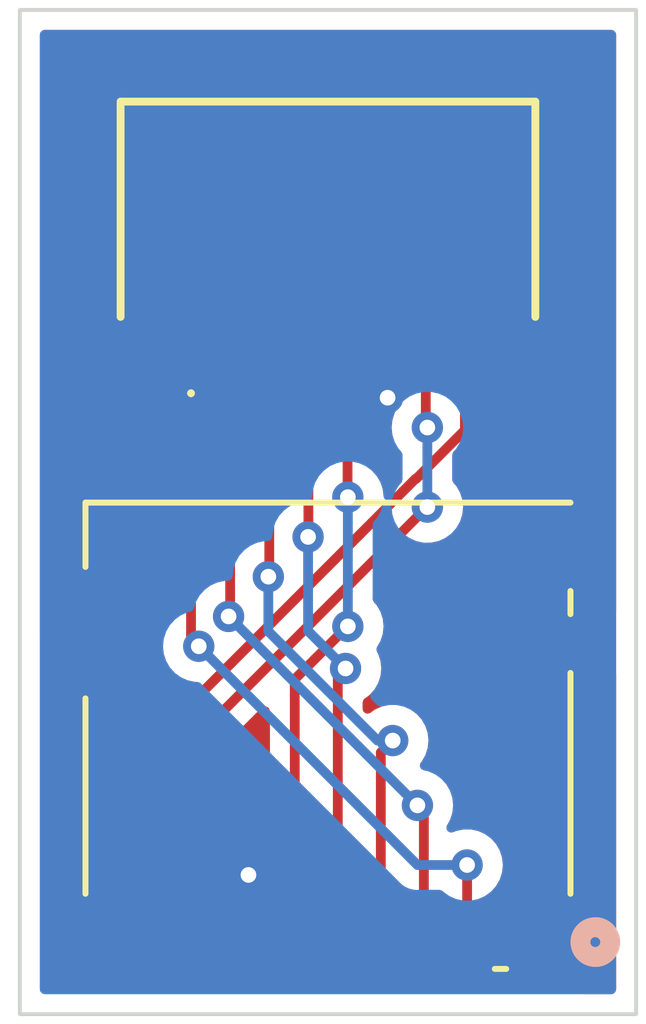
<source format=kicad_pcb>
(kicad_pcb (version 20211014) (generator pcbnew)
  (layers (0 "F.Cu" signal) (31 "B.Cu" signal) (34 "B.Paste" user) (35 "F.Paste" user) (36 "B.SilkS" user "B.Silkscreen") (37 "F.SilkS" user "F.Silkscreen") (38 "B.Mask" user) (39 "F.Mask" user) (44 "Edge.Cuts" user))
  (net 0 "")
  (net 3 "DAT1")
  (net 4 "DAT0")
  (net 5 "GND")
  (net 6 "CLK")
  (net 7 "3V")
  (net 8 "CMD")
  (net 9 "DAT3")
  (net 10 "DAT2")
  (footprint "Useful Modifications:CONN8_DM3D-SF_HIR" (layer "F.Cu") (at 139.7 88.9)
    (fp_text reference "J2")
    (fp_text value "SDCard Connector")
    (fp_circle (center 6.8326 5.270701) (end 7.2136 5.270701) (layer "B.SilkS") (width 0.508) (fill none))
    (fp_line (start 6.1976 -5.9563) (end -6.1976 -5.9563) (layer "F.SilkS") (width 0.1524))
    (fp_line (start -6.1976 -0.954458) (end -6.1976 4.036261) (layer "F.SilkS") (width 0.1524))
    (fp_line (start 6.1976 -3.108139) (end 6.1976 -3.69727) (layer "F.SilkS") (width 0.1524))
    (fp_line (start 6.1976 4.036261) (end 6.1976 -1.604459) (layer "F.SilkS") (width 0.1524))
    (fp_line (start -6.1976 -5.9563) (end -6.1976 -4.31374) (layer "F.SilkS") (width 0.1524))
    (fp_line (start 4.264452 5.9563) (end 4.555 5.9563) (layer "F.SilkS") (width 0.1524))
    (fp_arc (start 6.88484 4.893299) (mid 7.119884 5.020443) (end 7.2136 5.270701) (layer "F.SilkS") (width 0.508))
    (fp_arc (start 7.2136 5.270701) (mid 7.119884 5.520958) (end 6.88484 5.648102) (layer "F.SilkS") (width 0.508))
    (pad "1" smd rect (at 3.550712 5.270701) (size 0.762 1.8034) (layers "F.Cu" "F.Paste" "F.Mask") (net 10 "DAT2"))
    (pad "2" smd rect (at 2.450711 5.270701) (size 0.762 1.8034) (layers "F.Cu" "F.Paste" "F.Mask") (net 9 "DAT3"))
    (pad "3" smd rect (at 1.350711 5.270701) (size 0.762 1.8034) (layers "F.Cu" "F.Paste" "F.Mask") (net 8 "CMD"))
    (pad "4" smd rect (at 0.250711 5.270701) (size 0.762 1.8034) (layers "F.Cu" "F.Paste" "F.Mask") (net 7 "3V"))
    (pad "5" smd rect (at -0.849287 5.270701) (size 0.762 1.8034) (layers "F.Cu" "F.Paste" "F.Mask") (net 6 "CLK"))
    (pad "6" smd rect (at -1.949287 5.270701) (size 0.762 1.8034) (layers "F.Cu" "F.Paste" "F.Mask") (net 5 "GND"))
    (pad "7" smd rect (at -3.049288 5.270701) (size 0.762 1.8034) (layers "F.Cu" "F.Paste" "F.Mask") (net 4 "DAT0"))
    (pad "8" smd rect (at -4.149288 5.270701) (size 0.762 1.8034) (layers "F.Cu" "F.Paste" "F.Mask") (net 3 "DAT1"))
    (pad "9" smd rect (at -5.625 5.118301) (size 1.4986 1.4986) (layers "F.Cu" "F.Paste" "F.Mask"))
    (pad "10" smd rect (at 5.625 5.118301) (size 1.4986 1.4986) (layers "F.Cu" "F.Paste" "F.Mask"))
    (pad "11" smd rect (at -5.955208 -1.706298) (size 1.5494 0.8382) (layers "F.Cu" "F.Paste" "F.Mask"))
    (pad "12" smd rect (at 5.955208 -2.356299) (size 1.5494 0.8382) (layers "F.Cu" "F.Paste" "F.Mask"))
    (pad "13" smd rect (at -5.599684 -3.4603) (size 1.5494 1.0414) (layers "F.Cu" "F.Paste" "F.Mask"))
    (pad "14" smd rect (at 5.554294 -4.781298) (size 1.0414 1.5494) (layers "F.Cu" "F.Paste" "F.Mask"))
  )
  (footprint "Useful Modifications:HFW8R1STE1H1LF" (layer "F.Cu") (at 139.7 76.2 180)
    (fp_text reference "J1")
    (fp_text value "HFW8R-1STE1H1LF - FFC 8 Pin" hide)
    (fp_line (start -5.3 3.5) (end -5.3 -2) (layer "F.SilkS") (width 0.2))
    (fp_line (start 3.5 -4) (end 3.5 -4) (layer "F.SilkS") (width 0.1))
    (fp_line (start 3.5 -3.9) (end 3.5 -3.9) (layer "F.SilkS") (width 0.1))
    (fp_line (start 5.3 3.5) (end -5.3 3.5) (layer "F.SilkS") (width 0.2))
    (fp_line (start 5.3 -2) (end 5.3 3.5) (layer "F.SilkS") (width 0.2))
    (fp_arc (start 3.5 -4) (mid 3.55 -3.95) (end 3.5 -3.9) (layer "F.SilkS") (width 0.1))
    (fp_arc (start 3.5 -3.9) (mid 3.45 -3.95) (end 3.5 -4) (layer "F.SilkS") (width 0.1))
    (pad "1" smd rect locked (at 3.5 -2.5 180) (size 0.6 2) (layers "F.Cu" "F.Paste" "F.Mask") (net 10 "DAT2"))
    (pad "2" smd rect locked (at 2.5 -2.5 180) (size 0.6 2) (layers "F.Cu" "F.Paste" "F.Mask") (net 9 "DAT3"))
    (pad "3" smd rect locked (at 1.5 -2.5 180) (size 0.6 2) (layers "F.Cu" "F.Paste" "F.Mask") (net 8 "CMD"))
    (pad "4" smd rect locked (at 0.5 -2.5 180) (size 0.6 2) (layers "F.Cu" "F.Paste" "F.Mask") (net 7 "3V"))
    (pad "5" smd rect locked (at -0.5 -2.5 180) (size 0.6 2) (layers "F.Cu" "F.Paste" "F.Mask") (net 6 "CLK"))
    (pad "6" smd rect locked (at -1.5 -2.5 180) (size 0.6 2) (layers "F.Cu" "F.Paste" "F.Mask") (net 5 "GND"))
    (pad "7" smd rect locked (at -2.5 -2.5 180) (size 0.6 2) (layers "F.Cu" "F.Paste" "F.Mask") (net 4 "DAT0"))
    (pad "8" smd rect locked (at -3.5 -2.5 180) (size 0.6 2) (layers "F.Cu" "F.Paste" "F.Mask") (net 3 "DAT1"))
    (pad "MP1" smd rect locked (at 4.5 -0.4 180) (size 0.7 4.2) (layers "F.Cu" "F.Paste" "F.Mask"))
    (pad "MP2" smd rect locked (at -4.5 -0.4 180) (size 0.7 4.2) (layers "F.Cu" "F.Paste" "F.Mask"))
  )
  (gr_rect (start 131.826 70.358) (end 147.574 96.012) (layer "Edge.Cuts") (width 0.1) (fill none))
  (segment (start 143.2 81.090598) (end 141.957098 82.3335) (width 0.25) (layer "F.Cu") (net 3))
  (segment (start 135.550712 88.72269) (end 135.550712 94.170701) (width 0.25) (layer "F.Cu") (net 3))
  (segment (start 143.2 78.7) (end 143.2 81.090598) (width 0.25) (layer "F.Cu") (net 3))
  (segment (start 141.957098 82.3335) (end 141.939902 82.3335) (width 0.25) (layer "F.Cu") (net 3))
  (segment (start 141.939902 82.3335) (end 135.550712 88.72269) (width 0.25) (layer "F.Cu") (net 3))
  (segment (start 142.231402 83.058) (end 142.24 83.058) (width 0.25) (layer "F.Cu") (net 4))
  (segment (start 136.650712 94.170701) (end 136.650712 88.63869) (width 0.25) (layer "F.Cu") (net 4))
  (segment (start 142.2 78.7) (end 142.2 80.986) (width 0.25) (layer "F.Cu") (net 4))
  (segment (start 136.650712 88.63869) (end 142.231402 83.058) (width 0.25) (layer "F.Cu") (net 4))
  (segment (start 142.2 80.986) (end 142.24 81.026) (width 0.25) (layer "F.Cu") (net 4))
  (via (at 142.24 81.026) (size 0.8) (drill 0.4) (layers "F.Cu" "B.Cu") (net 4))
  (via (at 142.24 83.058) (size 0.8) (drill 0.4) (layers "F.Cu" "B.Cu") (net 4))
  (segment (start 142.24 81.026) (end 142.24 83.058) (width 0.25) (layer "B.Cu") (net 4))
  (segment (start 141.2 78.7) (end 141.2 80.24) (width 0.25) (layer "F.Cu") (net 5))
  (segment (start 137.750713 92.538713) (end 137.668 92.456) (width 0.25) (layer "F.Cu") (net 5))
  (segment (start 137.750713 94.170701) (end 137.750713 92.538713) (width 0.25) (layer "F.Cu") (net 5))
  (segment (start 141.2 80.24) (end 141.224 80.264) (width 0.25) (layer "F.Cu") (net 5))
  (via (at 137.668 92.456) (size 0.8) (drill 0.4) (layers "F.Cu" "B.Cu") (net 5))
  (via (at 141.224 80.264) (size 0.8) (drill 0.4) (layers "F.Cu" "B.Cu") (net 5))
  (segment (start 140.208 86.106) (end 140.199402 86.106) (width 0.25) (layer "F.Cu") (net 6))
  (segment (start 140.2 78.7) (end 140.2 82.796) (width 0.25) (layer "F.Cu") (net 6))
  (segment (start 138.850713 87.454689) (end 138.850713 94.170701) (width 0.25) (layer "F.Cu") (net 6))
  (segment (start 140.2 82.796) (end 140.208 82.804) (width 0.25) (layer "F.Cu") (net 6))
  (segment (start 140.199402 86.106) (end 138.850713 87.454689) (width 0.25) (layer "F.Cu") (net 6))
  (via (at 140.208 86.106) (size 0.8) (drill 0.4) (layers "F.Cu" "B.Cu") (net 6))
  (via (at 140.208 82.804) (size 0.8) (drill 0.4) (layers "F.Cu" "B.Cu") (net 6))
  (segment (start 140.208 82.804) (end 140.208 86.106) (width 0.25) (layer "B.Cu") (net 6))
  (segment (start 139.950711 94.170701) (end 139.950711 87.379289) (width 0.25) (layer "F.Cu") (net 7))
  (segment (start 139.2 83.812) (end 139.192 83.82) (width 0.25) (layer "F.Cu") (net 7))
  (segment (start 139.950711 87.379289) (end 140.149144 87.180856) (width 0.25) (layer "F.Cu") (net 7))
  (segment (start 139.2 78.7) (end 139.2 83.812) (width 0.25) (layer "F.Cu") (net 7))
  (via (at 140.149144 87.180856) (size 0.8) (drill 0.4) (layers "F.Cu" "B.Cu") (net 7))
  (via (at 139.192 83.82) (size 0.8) (drill 0.4) (layers "F.Cu" "B.Cu") (net 7))
  (segment (start 139.192 86.223712) (end 140.149144 87.180856) (width 0.25) (layer "B.Cu") (net 7))
  (segment (start 139.192 83.82) (end 139.192 86.223712) (width 0.25) (layer "B.Cu") (net 7))
  (segment (start 138.2 84.812) (end 138.176 84.836) (width 0.25) (layer "F.Cu") (net 8))
  (segment (start 138.2 78.7) (end 138.2 84.812) (width 0.25) (layer "F.Cu") (net 8))
  (segment (start 141.050711 89.327289) (end 141.355299 89.022701) (width 0.25) (layer "F.Cu") (net 8))
  (segment (start 141.050711 94.170701) (end 141.050711 89.327289) (width 0.25) (layer "F.Cu") (net 8))
  (via (at 141.355299 89.022701) (size 0.8) (drill 0.4) (layers "F.Cu" "B.Cu") (net 8))
  (via (at 138.176 84.836) (size 0.8) (drill 0.4) (layers "F.Cu" "B.Cu") (net 8))
  (segment (start 140.966391 89.022701) (end 141.355299 89.022701) (width 0.25) (layer "B.Cu") (net 8))
  (segment (start 138.176 86.23231) (end 140.966391 89.022701) (width 0.25) (layer "B.Cu") (net 8))
  (segment (start 138.176 84.836) (end 138.176 86.23231) (width 0.25) (layer "B.Cu") (net 8))
  (segment (start 137.2 78.7) (end 137.2 85.812) (width 0.25) (layer "F.Cu") (net 9))
  (segment (start 142.150711 90.842711) (end 142.150711 94.170701) (width 0.25) (layer "F.Cu") (net 9))
  (segment (start 141.986 90.678) (end 142.150711 90.842711) (width 0.25) (layer "F.Cu") (net 9))
  (segment (start 137.2 85.812) (end 137.16 85.852) (width 0.25) (layer "F.Cu") (net 9))
  (via (at 141.986 90.678) (size 0.8) (drill 0.4) (layers "F.Cu" "B.Cu") (net 9))
  (via (at 137.16 85.852) (size 0.8) (drill 0.4) (layers "F.Cu" "B.Cu") (net 9))
  (segment (start 137.16 85.852) (end 141.986 90.678) (width 0.25) (layer "B.Cu") (net 9))
  (segment (start 143.256 94.165413) (end 143.250712 94.170701) (width 0.25) (layer "F.Cu") (net 10))
  (segment (start 136.2 86.416) (end 136.398 86.614) (width 0.25) (layer "F.Cu") (net 10))
  (segment (start 143.256 92.202) (end 143.256 94.165413) (width 0.25) (layer "F.Cu") (net 10))
  (segment (start 136.2 78.7) (end 136.2 86.416) (width 0.25) (layer "F.Cu") (net 10))
  (via (at 143.256 92.202) (size 0.8) (drill 0.4) (layers "F.Cu" "B.Cu") (net 10))
  (via (at 136.398 86.614) (size 0.8) (drill 0.4) (layers "F.Cu" "B.Cu") (net 10))
  (segment (start 141.986 92.202) (end 143.256 92.202) (width 0.25) (layer "B.Cu") (net 10))
  (segment (start 136.398 86.614) (end 141.986 92.202) (width 0.25) (layer "B.Cu") (net 10))
  (zone (net 5) (net_name "GND") (layers F&B.Cu) (connect_pads (clearance 0.508)) (min_thickness 0.254) (fill yes (thermal_gap 0.508) (thermal_bridge_width 0.508))
    (polygon (pts (xy 147.828 96.266) (xy 131.572 96.266) (xy 131.318 70.104) (xy 147.828 70.104)))
  )
)
</source>
